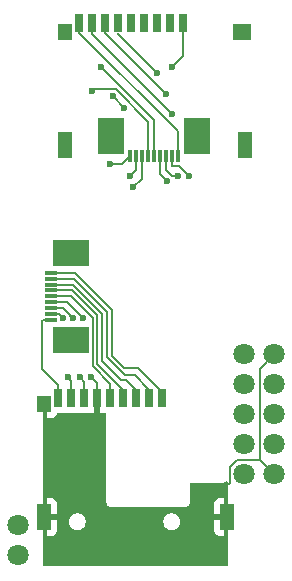
<source format=gbr>
%TF.GenerationSoftware,KiCad,Pcbnew,8.0.4*%
%TF.CreationDate,2024-08-28T09:08:14+01:00*%
%TF.ProjectId,qmmister-sd-relocate,716d6d69-7374-4657-922d-73642d72656c,rev?*%
%TF.SameCoordinates,Original*%
%TF.FileFunction,Copper,L1,Top*%
%TF.FilePolarity,Positive*%
%FSLAX46Y46*%
G04 Gerber Fmt 4.6, Leading zero omitted, Abs format (unit mm)*
G04 Created by KiCad (PCBNEW 8.0.4) date 2024-08-28 09:08:14*
%MOMM*%
%LPD*%
G01*
G04 APERTURE LIST*
%TA.AperFunction,SMDPad,CuDef*%
%ADD10R,1.100000X0.300000*%
%TD*%
%TA.AperFunction,SMDPad,CuDef*%
%ADD11R,3.100000X2.300000*%
%TD*%
%TA.AperFunction,ComponentPad*%
%ADD12C,1.800000*%
%TD*%
%TA.AperFunction,SMDPad,CuDef*%
%ADD13R,0.700000X1.600000*%
%TD*%
%TA.AperFunction,SMDPad,CuDef*%
%ADD14R,1.200000X2.200000*%
%TD*%
%TA.AperFunction,SMDPad,CuDef*%
%ADD15R,1.200000X1.400000*%
%TD*%
%TA.AperFunction,SMDPad,CuDef*%
%ADD16R,0.300000X1.100000*%
%TD*%
%TA.AperFunction,SMDPad,CuDef*%
%ADD17R,2.300000X3.100000*%
%TD*%
%TA.AperFunction,ComponentPad*%
%ADD18R,0.700000X1.600000*%
%TD*%
%TA.AperFunction,ComponentPad*%
%ADD19R,1.200000X2.200000*%
%TD*%
%TA.AperFunction,ComponentPad*%
%ADD20R,1.600000X1.400000*%
%TD*%
%TA.AperFunction,ComponentPad*%
%ADD21R,1.200000X1.400000*%
%TD*%
%TA.AperFunction,ViaPad*%
%ADD22C,0.600000*%
%TD*%
%TA.AperFunction,Conductor*%
%ADD23C,0.200000*%
%TD*%
G04 APERTURE END LIST*
D10*
%TO.P,J3,1,Pin_1*%
%TO.N,Net-(J2-DET)*%
X40800000Y-59920000D03*
%TO.P,J3,2,Pin_2*%
%TO.N,Net-(J2-DAT1)*%
X40800000Y-59420000D03*
%TO.P,J3,3,Pin_3*%
%TO.N,Net-(J2-DAT0)*%
X40800000Y-58920000D03*
%TO.P,J3,4,Pin_4*%
%TO.N,Net-(J2-VSS)*%
X40800000Y-58420000D03*
%TO.P,J3,5,Pin_5*%
%TO.N,Net-(J2-CLK)*%
X40800000Y-57920000D03*
%TO.P,J3,6,Pin_6*%
%TO.N,Net-(J2-VDD)*%
X40800000Y-57420000D03*
%TO.P,J3,7,Pin_7*%
%TO.N,Net-(J2-CMD)*%
X40800000Y-56920000D03*
%TO.P,J3,8,Pin_8*%
%TO.N,Net-(J2-DAT3{slash}CD)*%
X40800000Y-56420000D03*
%TO.P,J3,9,Pin_9*%
%TO.N,Net-(J2-DAT2)*%
X40800000Y-55920000D03*
D11*
%TO.P,J3,MP*%
%TO.N,N/C*%
X42500000Y-61590000D03*
X42500000Y-54250000D03*
%TD*%
D12*
%TO.P,J6,1*%
%TO.N,GND*%
X59750000Y-73000000D03*
%TO.P,J6,2*%
%TO.N,N/C*%
X57210000Y-73000000D03*
%TO.P,J6,3*%
X59750000Y-70460000D03*
%TO.P,J6,4*%
X57210000Y-70460000D03*
%TO.P,J6,5*%
X59750000Y-67920000D03*
%TO.P,J6,6*%
X57210000Y-67920000D03*
%TO.P,J6,7*%
X59750000Y-65380000D03*
%TO.P,J6,8*%
X57210000Y-65380000D03*
%TO.P,J6,9*%
%TO.N,GND*%
X59750000Y-62840000D03*
%TO.P,J6,10*%
%TO.N,N/C*%
X57210000Y-62840000D03*
%TD*%
D13*
%TO.P,J2,1,DAT2*%
%TO.N,Net-(J2-DAT2)*%
X50250000Y-66500000D03*
%TO.P,J2,2,DAT3/CD*%
%TO.N,Net-(J2-DAT3{slash}CD)*%
X49150000Y-66500000D03*
%TO.P,J2,3,CMD*%
%TO.N,Net-(J2-CMD)*%
X48050000Y-66500000D03*
%TO.P,J2,4,VDD*%
%TO.N,Net-(J2-VDD)*%
X46950000Y-66500000D03*
%TO.P,J2,5,CLK*%
%TO.N,Net-(J2-CLK)*%
X45850000Y-66500000D03*
%TO.P,J2,6,VSS*%
%TO.N,GND*%
X44750000Y-66500000D03*
%TO.P,J2,7,DAT0*%
%TO.N,Net-(J2-DAT0)*%
X43650000Y-66500000D03*
%TO.P,J2,8,DAT1*%
%TO.N,Net-(J2-DAT1)*%
X42550000Y-66500000D03*
%TO.P,J2,9,DET*%
%TO.N,Net-(J2-DET)*%
X41450000Y-66500000D03*
D14*
%TO.P,J2,SH*%
%TO.N,GND*%
X55750000Y-76600000D03*
X40250000Y-76600000D03*
D15*
X40250000Y-67000000D03*
%TD*%
D16*
%TO.P,J4,1,Pin_1*%
%TO.N,Net-(J1-DET)*%
X51550000Y-46025000D03*
%TO.P,J4,2,Pin_2*%
%TO.N,Net-(J1-DAT1)*%
X51050000Y-46025000D03*
%TO.P,J4,3,Pin_3*%
%TO.N,Net-(J1-DAT0)*%
X50550000Y-46025000D03*
%TO.P,J4,4,Pin_4*%
%TO.N,Net-(J1-VSS)*%
X50050000Y-46025000D03*
%TO.P,J4,5,Pin_5*%
%TO.N,Net-(J1-CLK)*%
X49550000Y-46025000D03*
%TO.P,J4,6,Pin_6*%
%TO.N,Net-(J1-VDD)*%
X49050000Y-46025000D03*
%TO.P,J4,7,Pin_7*%
%TO.N,Net-(J1-CMD)*%
X48550000Y-46025000D03*
%TO.P,J4,8,Pin_8*%
%TO.N,Net-(J1-DAT3{slash}CD)*%
X48050000Y-46025000D03*
%TO.P,J4,9,Pin_9*%
%TO.N,Net-(J1-DAT2)*%
X47550000Y-46025000D03*
D17*
%TO.P,J4,MP*%
%TO.N,N/C*%
X53220000Y-44325000D03*
X45880000Y-44325000D03*
%TD*%
D18*
%TO.P,J1,1,DAT2*%
%TO.N,Net-(J1-DAT2)*%
X52000000Y-34771855D03*
%TO.P,J1,2,DAT3/CD*%
%TO.N,Net-(J1-DAT3{slash}CD)*%
X50900000Y-34771855D03*
%TO.P,J1,3,CMD*%
%TO.N,Net-(J1-CMD)*%
X49800000Y-34771855D03*
%TO.P,J1,4,VDD*%
%TO.N,Net-(J1-VDD)*%
X48700000Y-34771855D03*
%TO.P,J1,5,CLK*%
%TO.N,Net-(J1-CLK)*%
X47600000Y-34771855D03*
%TO.P,J1,6,VSS*%
%TO.N,Net-(J1-VSS)*%
X46500000Y-34771855D03*
%TO.P,J1,7,DAT0*%
%TO.N,Net-(J1-DAT0)*%
X45400000Y-34771855D03*
%TO.P,J1,8,DAT1*%
%TO.N,Net-(J1-DAT1)*%
X44300000Y-34771855D03*
%TO.P,J1,9,DET*%
%TO.N,Net-(J1-DET)*%
X43200000Y-34771855D03*
D19*
%TO.P,J1,SH*%
%TO.N,N/C*%
X57284968Y-45100000D03*
D20*
X57034968Y-35571855D03*
D19*
X42034968Y-45100000D03*
D21*
X42000000Y-35500000D03*
%TD*%
D12*
%TO.P,J5,1*%
%TO.N,N/C*%
X38000000Y-77250000D03*
%TO.P,J5,2*%
X38000000Y-79790000D03*
%TD*%
D22*
%TO.N,Net-(J1-CMD)*%
X47800000Y-48700000D03*
%TO.N,Net-(J1-VSS)*%
X50625735Y-48174265D03*
X49800000Y-39000000D03*
%TO.N,Net-(J1-DAT1)*%
X52550000Y-47750000D03*
X51050000Y-42500000D03*
%TO.N,Net-(J1-DAT3{slash}CD)*%
X46050000Y-41000000D03*
X47550000Y-47750000D03*
X47050000Y-42000000D03*
%TO.N,Net-(J1-CLK)*%
X45050000Y-38500000D03*
%TO.N,Net-(J1-VDD)*%
X44300000Y-40500000D03*
%TO.N,Net-(J1-DAT0)*%
X50550000Y-40750000D03*
X51550000Y-47750000D03*
%TO.N,Net-(J1-DAT2)*%
X51050000Y-38500000D03*
X45800000Y-46750000D03*
%TO.N,Net-(J2-DAT0)*%
X43250000Y-64750000D03*
X42649319Y-59754953D03*
%TO.N,Net-(J2-DAT1)*%
X42250000Y-64750000D03*
X41849378Y-59745031D03*
%TO.N,Net-(J2-VSS)*%
X43500000Y-59750000D03*
X44250000Y-64750000D03*
%TD*%
D23*
%TO.N,Net-(J1-CMD)*%
X47800000Y-48700000D02*
X48550000Y-47950000D01*
X48550000Y-47950000D02*
X48550000Y-46025000D01*
%TO.N,Net-(J1-VSS)*%
X49800000Y-39000000D02*
X46500000Y-35700000D01*
X46500000Y-35700000D02*
X46500000Y-35600000D01*
X50625735Y-48174265D02*
X50050000Y-47598530D01*
X50050000Y-47598530D02*
X50050000Y-46025000D01*
%TO.N,Net-(J1-DAT1)*%
X44300000Y-34771855D02*
X44300000Y-35750000D01*
X44300000Y-35750000D02*
X51050000Y-42500000D01*
X52550000Y-47750000D02*
X51675000Y-46875000D01*
X51050000Y-46825000D02*
X51050000Y-46025000D01*
X51100000Y-46875000D02*
X51050000Y-46825000D01*
X51675000Y-46875000D02*
X51100000Y-46875000D01*
%TO.N,Net-(J1-DAT3{slash}CD)*%
X47050000Y-42000000D02*
X46050000Y-41000000D01*
X48050000Y-47250000D02*
X48050000Y-46025000D01*
X47550000Y-47750000D02*
X48050000Y-47250000D01*
%TO.N,Net-(J1-CLK)*%
X49550000Y-43000000D02*
X45050000Y-38500000D01*
X49550000Y-46025000D02*
X49550000Y-43000000D01*
%TO.N,Net-(J1-VDD)*%
X44400000Y-40400000D02*
X46298529Y-40400000D01*
X49050000Y-43151471D02*
X49050000Y-46025000D01*
X44300000Y-40500000D02*
X44400000Y-40400000D01*
X46298529Y-40400000D02*
X49050000Y-43151471D01*
%TO.N,Net-(J1-DAT0)*%
X45400000Y-34771855D02*
X45400000Y-35600000D01*
X51550000Y-47750000D02*
X51050000Y-47750000D01*
X45400000Y-35600000D02*
X50550000Y-40750000D01*
X50550000Y-47250000D02*
X50550000Y-46025000D01*
X51050000Y-47750000D02*
X50550000Y-47250000D01*
%TO.N,Net-(J1-DET)*%
X43200000Y-35600000D02*
X43200000Y-34771855D01*
X51550000Y-46025000D02*
X51550000Y-43950000D01*
X51550000Y-43950000D02*
X43200000Y-35600000D01*
%TO.N,Net-(J1-DAT2)*%
X46825000Y-46750000D02*
X47550000Y-46025000D01*
X45800000Y-46750000D02*
X46825000Y-46750000D01*
X51050000Y-38500000D02*
X52000000Y-37550000D01*
X52000000Y-37550000D02*
X52000000Y-34771855D01*
%TO.N,Net-(J2-CMD)*%
X42692793Y-56920000D02*
X45150000Y-59377207D01*
X47200000Y-65000000D02*
X48050000Y-65850000D01*
X45150000Y-59377207D02*
X45150000Y-63400000D01*
X46750000Y-65000000D02*
X47200000Y-65000000D01*
X45150000Y-63400000D02*
X46750000Y-65000000D01*
X40800000Y-56920000D02*
X42692793Y-56920000D01*
X48050000Y-65850000D02*
X48050000Y-66500000D01*
%TO.N,Net-(J2-DAT0)*%
X42449378Y-59555012D02*
X42449378Y-59496502D01*
X42649319Y-59754953D02*
X42449378Y-59555012D01*
X41872876Y-58920000D02*
X40800000Y-58920000D01*
X43250000Y-64750000D02*
X43650000Y-65150000D01*
X43650000Y-65150000D02*
X43650000Y-66500000D01*
X42449378Y-59496502D02*
X41872876Y-58920000D01*
%TO.N,Net-(J2-DAT1)*%
X41524347Y-59420000D02*
X40800000Y-59420000D01*
X41849378Y-59745031D02*
X41524347Y-59420000D01*
X42550000Y-65050000D02*
X42550000Y-66500000D01*
X42250000Y-64750000D02*
X42550000Y-65050000D01*
%TO.N,Net-(J2-DAT2)*%
X47032843Y-63967157D02*
X48217157Y-63967157D01*
X40800000Y-55920000D02*
X42824165Y-55920000D01*
X50250000Y-66000000D02*
X50250000Y-66500000D01*
X46000000Y-59095835D02*
X46000000Y-62934314D01*
X46000000Y-62934314D02*
X47032843Y-63967157D01*
X48217157Y-63967157D02*
X50250000Y-66000000D01*
X42824165Y-55920000D02*
X46000000Y-59095835D01*
%TO.N,Net-(J2-DET)*%
X40180000Y-59920000D02*
X40100000Y-60000000D01*
X40100000Y-64100000D02*
X41450000Y-65450000D01*
X40800000Y-59920000D02*
X40180000Y-59920000D01*
X41450000Y-65450000D02*
X41450000Y-66500000D01*
X40100000Y-60000000D02*
X40100000Y-64100000D01*
%TO.N,Net-(J2-VDD)*%
X46950000Y-65850000D02*
X46950000Y-66500000D01*
X44750000Y-63650000D02*
X46950000Y-65850000D01*
X40800000Y-57420000D02*
X42627107Y-57420000D01*
X44750000Y-59542893D02*
X44750000Y-63650000D01*
X42627107Y-57420000D02*
X44750000Y-59542893D01*
%TO.N,Net-(J2-VSS)*%
X42170000Y-58420000D02*
X40800000Y-58420000D01*
X44250000Y-64750000D02*
X44750000Y-65250000D01*
X43500000Y-59750000D02*
X42170000Y-58420000D01*
X44750000Y-65250000D02*
X44750000Y-66500000D01*
%TO.N,Net-(J2-CLK)*%
X45850000Y-65350000D02*
X45850000Y-66500000D01*
X42518529Y-57920000D02*
X44350000Y-59751471D01*
X44350000Y-63850000D02*
X45850000Y-65350000D01*
X40800000Y-57920000D02*
X42518529Y-57920000D01*
X44350000Y-59751471D02*
X44350000Y-63850000D01*
%TO.N,Net-(J2-DAT3{slash}CD)*%
X42758479Y-56420000D02*
X45550000Y-59211521D01*
X45550000Y-63050000D02*
X47100000Y-64600000D01*
X49150000Y-65850000D02*
X49150000Y-66500000D01*
X45550000Y-59211521D02*
X45550000Y-63050000D01*
X40800000Y-56420000D02*
X42758479Y-56420000D01*
X47100000Y-64600000D02*
X47900000Y-64600000D01*
X47900000Y-64600000D02*
X49150000Y-65850000D01*
%TO.N,GND*%
X58550000Y-71800000D02*
X56550000Y-71800000D01*
X58500000Y-71750000D02*
X58500000Y-64090000D01*
X55950000Y-73700000D02*
X55750000Y-73900000D01*
X55750000Y-73900000D02*
X55750000Y-76600000D01*
X58500000Y-64090000D02*
X59750000Y-62840000D01*
X56550000Y-71800000D02*
X55950000Y-72400000D01*
X55950000Y-72400000D02*
X55950000Y-73700000D01*
X59750000Y-73000000D02*
X58500000Y-71750000D01*
X59750000Y-73000000D02*
X58550000Y-71800000D01*
%TD*%
%TA.AperFunction,Conductor*%
%TO.N,GND*%
G36*
X40443039Y-66769685D02*
G01*
X40488794Y-66822489D01*
X40500000Y-66874000D01*
X40500000Y-68200000D01*
X40897828Y-68200000D01*
X40897844Y-68199999D01*
X40957372Y-68193598D01*
X40957379Y-68193596D01*
X41092086Y-68143354D01*
X41092093Y-68143350D01*
X41207187Y-68057190D01*
X41207190Y-68057187D01*
X41293350Y-67942093D01*
X41293354Y-67942086D01*
X41316076Y-67881166D01*
X41357947Y-67825232D01*
X41423411Y-67800815D01*
X41432243Y-67800499D01*
X41847872Y-67800499D01*
X41907483Y-67794091D01*
X41956665Y-67775746D01*
X42026355Y-67770761D01*
X42043333Y-67775747D01*
X42092508Y-67794088D01*
X42092511Y-67794088D01*
X42092517Y-67794091D01*
X42152127Y-67800500D01*
X42947872Y-67800499D01*
X43007483Y-67794091D01*
X43056665Y-67775746D01*
X43126355Y-67770761D01*
X43143333Y-67775747D01*
X43192508Y-67794088D01*
X43192511Y-67794088D01*
X43192517Y-67794091D01*
X43252127Y-67800500D01*
X44047872Y-67800499D01*
X44107483Y-67794091D01*
X44157382Y-67775479D01*
X44227069Y-67770494D01*
X44244048Y-67775479D01*
X44292628Y-67793598D01*
X44292627Y-67793598D01*
X44352155Y-67799999D01*
X44352172Y-67800000D01*
X44500000Y-67800000D01*
X44500000Y-67359166D01*
X44500427Y-67351186D01*
X44500322Y-67351181D01*
X44500497Y-67347900D01*
X44500500Y-67347873D01*
X44500499Y-67216428D01*
X44520183Y-67149390D01*
X44572987Y-67103635D01*
X44642145Y-67093691D01*
X44656590Y-67096654D01*
X44670943Y-67100500D01*
X44670945Y-67100500D01*
X44829055Y-67100500D01*
X44829057Y-67100500D01*
X44843406Y-67096655D01*
X44913254Y-67098316D01*
X44971117Y-67137477D01*
X44998623Y-67201705D01*
X44999500Y-67216428D01*
X44999500Y-67347863D01*
X44999679Y-67351180D01*
X44999572Y-67351185D01*
X45000000Y-67359156D01*
X45000000Y-67800000D01*
X45147828Y-67800000D01*
X45147844Y-67799999D01*
X45207372Y-67793598D01*
X45207375Y-67793597D01*
X45255949Y-67775480D01*
X45325640Y-67770494D01*
X45342610Y-67775477D01*
X45392517Y-67794091D01*
X45392518Y-67794091D01*
X45400067Y-67795875D01*
X45399606Y-67797824D01*
X45454467Y-67820543D01*
X45494320Y-67877931D01*
X45498910Y-67925981D01*
X45499500Y-67925981D01*
X45499500Y-67932154D01*
X45499608Y-67933285D01*
X45499500Y-67934105D01*
X45499500Y-75315891D01*
X45533608Y-75443187D01*
X45538786Y-75452155D01*
X45599500Y-75557314D01*
X45692686Y-75650500D01*
X45806814Y-75716392D01*
X45934108Y-75750500D01*
X45934110Y-75750500D01*
X52165890Y-75750500D01*
X52165892Y-75750500D01*
X52293186Y-75716392D01*
X52407314Y-75650500D01*
X52500500Y-75557314D01*
X52561214Y-75452155D01*
X54650000Y-75452155D01*
X54650000Y-76350000D01*
X55500000Y-76350000D01*
X55500000Y-75000000D01*
X55102155Y-75000000D01*
X55042627Y-75006401D01*
X55042620Y-75006403D01*
X54907913Y-75056645D01*
X54907906Y-75056649D01*
X54792812Y-75142809D01*
X54792809Y-75142812D01*
X54706649Y-75257906D01*
X54706645Y-75257913D01*
X54656403Y-75392620D01*
X54656401Y-75392627D01*
X54650000Y-75452155D01*
X52561214Y-75452155D01*
X52566392Y-75443186D01*
X52600500Y-75315892D01*
X52600500Y-73824500D01*
X52620185Y-73757461D01*
X52672989Y-73711706D01*
X52724500Y-73700500D01*
X55415890Y-73700500D01*
X55415892Y-73700500D01*
X55543186Y-73666392D01*
X55657314Y-73600500D01*
X55657317Y-73600496D01*
X55663999Y-73596639D01*
X55731899Y-73580166D01*
X55797926Y-73603018D01*
X55841117Y-73657939D01*
X55850000Y-73704026D01*
X55850000Y-74672185D01*
X55849500Y-74679815D01*
X55849500Y-80625500D01*
X55829815Y-80692539D01*
X55777011Y-80738294D01*
X55725500Y-80749500D01*
X40274000Y-80749500D01*
X40206961Y-80729815D01*
X40161206Y-80677011D01*
X40150000Y-80625500D01*
X40150000Y-78243000D01*
X40150000Y-78200000D01*
X40500000Y-78200000D01*
X40897828Y-78200000D01*
X40897844Y-78199999D01*
X40957372Y-78193598D01*
X40957379Y-78193596D01*
X41092086Y-78143354D01*
X41092093Y-78143350D01*
X41207187Y-78057190D01*
X41207190Y-78057187D01*
X41293350Y-77942093D01*
X41293354Y-77942086D01*
X41343596Y-77807379D01*
X41343598Y-77807372D01*
X41349999Y-77747844D01*
X54650000Y-77747844D01*
X54656401Y-77807372D01*
X54656403Y-77807379D01*
X54706645Y-77942086D01*
X54706649Y-77942093D01*
X54792809Y-78057187D01*
X54792812Y-78057190D01*
X54907906Y-78143350D01*
X54907913Y-78143354D01*
X55042620Y-78193596D01*
X55042627Y-78193598D01*
X55102155Y-78199999D01*
X55102172Y-78200000D01*
X55500000Y-78200000D01*
X55500000Y-76850000D01*
X54650000Y-76850000D01*
X54650000Y-77747844D01*
X41349999Y-77747844D01*
X41350000Y-77747827D01*
X41350000Y-77068995D01*
X42349499Y-77068995D01*
X42376418Y-77204322D01*
X42376421Y-77204332D01*
X42429221Y-77331804D01*
X42429228Y-77331817D01*
X42505885Y-77446541D01*
X42505888Y-77446545D01*
X42603454Y-77544111D01*
X42603458Y-77544114D01*
X42718182Y-77620771D01*
X42718195Y-77620778D01*
X42845667Y-77673578D01*
X42845672Y-77673580D01*
X42845676Y-77673580D01*
X42845677Y-77673581D01*
X42981004Y-77700500D01*
X42981007Y-77700500D01*
X43118995Y-77700500D01*
X43210041Y-77682389D01*
X43254328Y-77673580D01*
X43381811Y-77620775D01*
X43496542Y-77544114D01*
X43594114Y-77446542D01*
X43670775Y-77331811D01*
X43723580Y-77204328D01*
X43750500Y-77068995D01*
X50349499Y-77068995D01*
X50376418Y-77204322D01*
X50376421Y-77204332D01*
X50429221Y-77331804D01*
X50429228Y-77331817D01*
X50505885Y-77446541D01*
X50505888Y-77446545D01*
X50603454Y-77544111D01*
X50603458Y-77544114D01*
X50718182Y-77620771D01*
X50718195Y-77620778D01*
X50845667Y-77673578D01*
X50845672Y-77673580D01*
X50845676Y-77673580D01*
X50845677Y-77673581D01*
X50981004Y-77700500D01*
X50981007Y-77700500D01*
X51118995Y-77700500D01*
X51210041Y-77682389D01*
X51254328Y-77673580D01*
X51381811Y-77620775D01*
X51496542Y-77544114D01*
X51594114Y-77446542D01*
X51670775Y-77331811D01*
X51723580Y-77204328D01*
X51750500Y-77068993D01*
X51750500Y-76931007D01*
X51750500Y-76931004D01*
X51723581Y-76795677D01*
X51723580Y-76795676D01*
X51723580Y-76795672D01*
X51723578Y-76795667D01*
X51670778Y-76668195D01*
X51670771Y-76668182D01*
X51594114Y-76553458D01*
X51594111Y-76553454D01*
X51496545Y-76455888D01*
X51496541Y-76455885D01*
X51381817Y-76379228D01*
X51381804Y-76379221D01*
X51254332Y-76326421D01*
X51254322Y-76326418D01*
X51118995Y-76299500D01*
X51118993Y-76299500D01*
X50981007Y-76299500D01*
X50981005Y-76299500D01*
X50845677Y-76326418D01*
X50845667Y-76326421D01*
X50718195Y-76379221D01*
X50718182Y-76379228D01*
X50603458Y-76455885D01*
X50603454Y-76455888D01*
X50505888Y-76553454D01*
X50505885Y-76553458D01*
X50429228Y-76668182D01*
X50429221Y-76668195D01*
X50376421Y-76795667D01*
X50376418Y-76795677D01*
X50349500Y-76931004D01*
X50349500Y-76931007D01*
X50349500Y-77068993D01*
X50349500Y-77068995D01*
X50349499Y-77068995D01*
X43750500Y-77068995D01*
X43750500Y-77068993D01*
X43750500Y-76931007D01*
X43750500Y-76931004D01*
X43723581Y-76795677D01*
X43723580Y-76795676D01*
X43723580Y-76795672D01*
X43723578Y-76795667D01*
X43670778Y-76668195D01*
X43670771Y-76668182D01*
X43594114Y-76553458D01*
X43594111Y-76553454D01*
X43496545Y-76455888D01*
X43496541Y-76455885D01*
X43381817Y-76379228D01*
X43381804Y-76379221D01*
X43254332Y-76326421D01*
X43254322Y-76326418D01*
X43118995Y-76299500D01*
X43118993Y-76299500D01*
X42981007Y-76299500D01*
X42981005Y-76299500D01*
X42845677Y-76326418D01*
X42845667Y-76326421D01*
X42718195Y-76379221D01*
X42718182Y-76379228D01*
X42603458Y-76455885D01*
X42603454Y-76455888D01*
X42505888Y-76553454D01*
X42505885Y-76553458D01*
X42429228Y-76668182D01*
X42429221Y-76668195D01*
X42376421Y-76795667D01*
X42376418Y-76795677D01*
X42349500Y-76931004D01*
X42349500Y-76931007D01*
X42349500Y-77068993D01*
X42349500Y-77068995D01*
X42349499Y-77068995D01*
X41350000Y-77068995D01*
X41350000Y-76850000D01*
X40500000Y-76850000D01*
X40500000Y-78200000D01*
X40150000Y-78200000D01*
X40150000Y-76350000D01*
X40500000Y-76350000D01*
X41350000Y-76350000D01*
X41350000Y-75452172D01*
X41349999Y-75452155D01*
X41343598Y-75392627D01*
X41343596Y-75392620D01*
X41293354Y-75257913D01*
X41293350Y-75257906D01*
X41207190Y-75142812D01*
X41207187Y-75142809D01*
X41092093Y-75056649D01*
X41092086Y-75056645D01*
X40957379Y-75006403D01*
X40957372Y-75006401D01*
X40897844Y-75000000D01*
X40500000Y-75000000D01*
X40500000Y-76350000D01*
X40150000Y-76350000D01*
X40150000Y-75817758D01*
X40150500Y-75815892D01*
X40150500Y-66874000D01*
X40170185Y-66806961D01*
X40222989Y-66761206D01*
X40274500Y-66750000D01*
X40376000Y-66750000D01*
X40443039Y-66769685D01*
G37*
%TD.AperFunction*%
%TD*%
M02*

</source>
